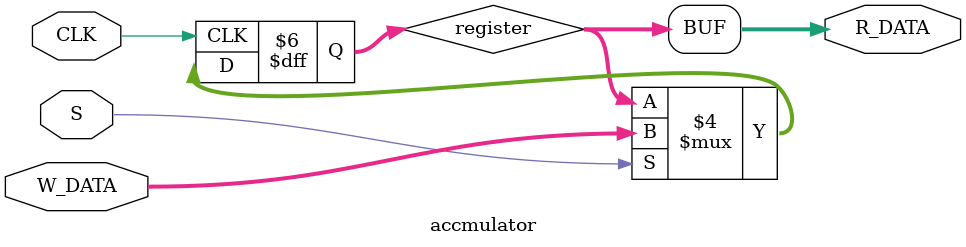
<source format=v>
module accmulator (
    CLK, S, R_DATA, W_DATA
);
    input CLK;
    input S; // 1で書き込みを行う
    input [3:0]W_DATA;
    output [3:0]R_DATA;

    reg [3:0]register = 4'b0000;
    
    assign R_DATA = register;

    always @(posedge CLK) begin
        if (S == 1'b1)
        begin
            register <= W_DATA;
        end
    end

endmodule
</source>
